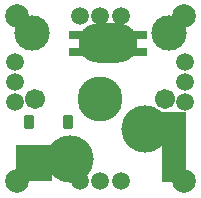
<source format=gbr>
%TF.GenerationSoftware,KiCad,Pcbnew,7.0.2*%
%TF.CreationDate,2023-05-08T22:38:25+02:00*%
%TF.ProjectId,verasity_PCB,76657261-7369-4747-995f-5043422e6b69,rev?*%
%TF.SameCoordinates,Original*%
%TF.FileFunction,Soldermask,Bot*%
%TF.FilePolarity,Negative*%
%FSLAX46Y46*%
G04 Gerber Fmt 4.6, Leading zero omitted, Abs format (unit mm)*
G04 Created by KiCad (PCBNEW 7.0.2) date 2023-05-08 22:38:25*
%MOMM*%
%LPD*%
G01*
G04 APERTURE LIST*
G04 Aperture macros list*
%AMRoundRect*
0 Rectangle with rounded corners*
0 $1 Rounding radius*
0 $2 $3 $4 $5 $6 $7 $8 $9 X,Y pos of 4 corners*
0 Add a 4 corners polygon primitive as box body*
4,1,4,$2,$3,$4,$5,$6,$7,$8,$9,$2,$3,0*
0 Add four circle primitives for the rounded corners*
1,1,$1+$1,$2,$3*
1,1,$1+$1,$4,$5*
1,1,$1+$1,$6,$7*
1,1,$1+$1,$8,$9*
0 Add four rect primitives between the rounded corners*
20,1,$1+$1,$2,$3,$4,$5,0*
20,1,$1+$1,$4,$5,$6,$7,0*
20,1,$1+$1,$6,$7,$8,$9,0*
20,1,$1+$1,$8,$9,$2,$3,0*%
G04 Aperture macros list end*
%ADD10C,1.500000*%
%ADD11C,2.000000*%
%ADD12RoundRect,0.225000X-0.225000X-0.375000X0.225000X-0.375000X0.225000X0.375000X-0.225000X0.375000X0*%
%ADD13C,3.000000*%
%ADD14R,3.170000X3.170000*%
%ADD15C,1.701800*%
%ADD16C,4.000000*%
%ADD17R,1.400000X0.800000*%
%ADD18C,3.800000*%
%ADD19O,5.000000X3.350000*%
%ADD20C,3.300000*%
%ADD21R,2.000000X5.900000*%
G04 APERTURE END LIST*
D10*
%TO.C,REF\u002A\u002A*%
X34293750Y-94230000D03*
D11*
X34393750Y-100980000D03*
D12*
X35443750Y-95980000D03*
D13*
X35693750Y-88430000D03*
D14*
X35828750Y-99395000D03*
D15*
X35993750Y-93980000D03*
D12*
X38743750Y-95980000D03*
D16*
X38953750Y-99060000D03*
D17*
X39543750Y-88555000D03*
X39543750Y-90005000D03*
D10*
X39793750Y-86980000D03*
X39793750Y-100980000D03*
X41493750Y-86980000D03*
D18*
X41493750Y-93980000D03*
D10*
X41493750Y-100980000D03*
D19*
X42133750Y-89282000D03*
D20*
X42143750Y-89280000D03*
D10*
X43193750Y-86980000D03*
X43193750Y-100980000D03*
D17*
X44743750Y-88555000D03*
X44743750Y-90005000D03*
D16*
X45303750Y-96520000D03*
D15*
X46993750Y-93980000D03*
D13*
X47293750Y-88430000D03*
D21*
X47743750Y-98030000D03*
D11*
X48593750Y-100980000D03*
D10*
X48693750Y-94230000D03*
D11*
X34393750Y-86980000D03*
X48593750Y-86980000D03*
D10*
X48693750Y-90830000D03*
X34293750Y-90830000D03*
X34293750Y-92530000D03*
X48693750Y-92530000D03*
%TD*%
M02*

</source>
